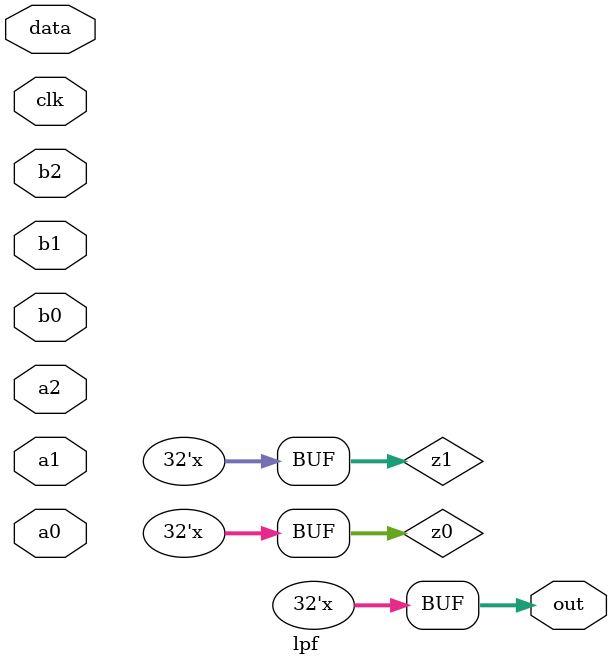
<source format=v>
module lpf(
	input clk,
	input[31:0] data,
	output reg[31:0] out,
	
	input[31:0] b0,
	input[31:0] b1,
	input[31:0] b2,
	input[31:0] a0,
	input[31:0] a1,
	input[31:0] a2);
	
	reg[31:0] z2,z1,z0;
initial {out,z2,z1,z0} = 4'b0000;

always @ (*)
begin
	out = (z0*a0)/10000;
	z1 = z2 + (a1*out + b1*data);
	z0 = z1 + (data*b0);
end


always @ (posedge clk)
begin
	z0 <= z1;
	z1 <= z2;
	z2 <= (data*b2 + out*a2);
end











/*
always @ (posedge clk)
begin
	out <= out + ((b0*data) + (100*out))/100;
	z1 <= out + ((b1*data) + (a1*out))/100;
	z2 <= ((data*b2) + (a2*out))/100;
end
*/
endmodule

</source>
